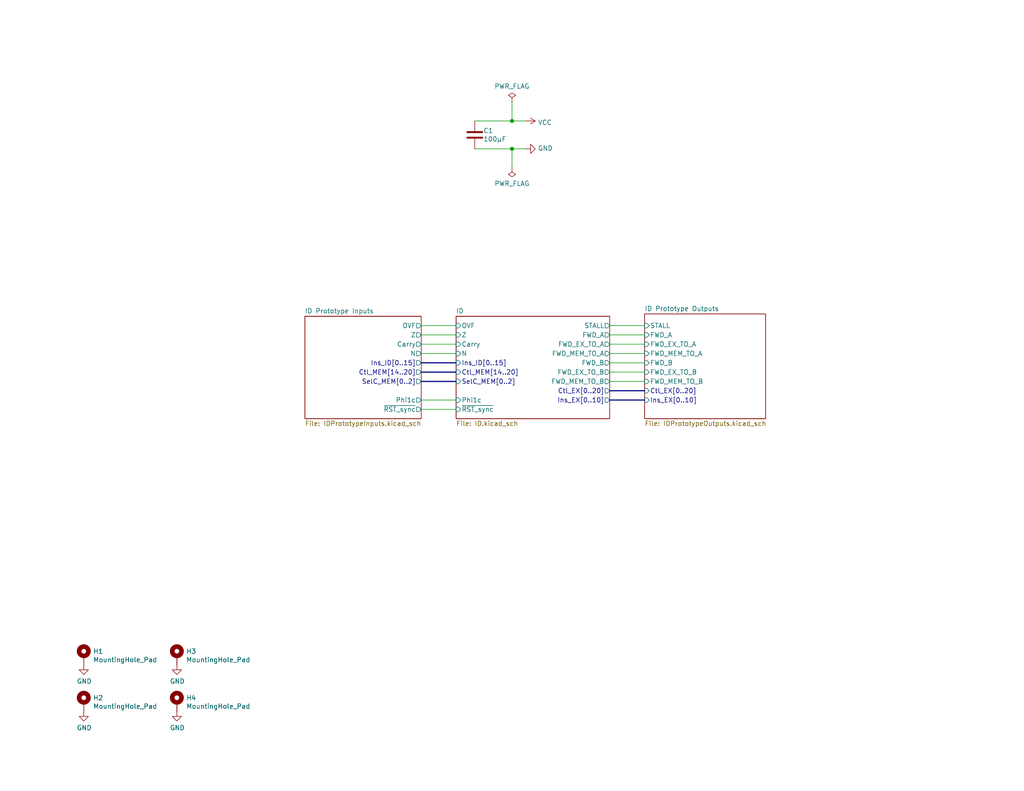
<source format=kicad_sch>
(kicad_sch (version 20230121) (generator eeschema)
  (paper "USLetter")
  (title_block (title "Turtle16: Control") (date "2023-09-25") (rev "C") (comment 4 "This includes logic to resolve pipeline hazards.") (comment 5 "The control unit produces control signals to sequence the CPU."))
  (lib_symbols
    (symbol "Device:C" (pin_numbers hide) (pin_names (offset 0.254))
      (property "Reference" "C" (at 0.635 2.54 0))
      (property "Value" "C" (at 0.635 -2.54 0))
      (symbol "C_0_1"
        (polyline (pts (xy -2.032 -0.762) (xy 2.032 -0.762)) (stroke (width 0.508)))
        (polyline (pts (xy -2.032 0.762) (xy 2.032 0.762)) (stroke (width 0.508)))
      )
      (symbol "C_1_1"
        (pin passive line (at 0 3.81 270) (length 2.794) (name "~") (number "1"))
        (pin passive line (at 0 -3.81 90) (length 2.794) (name "~") (number "2"))
      )
    )
    (symbol "Mechanical:MountingHole_Pad" (pin_numbers hide) (pin_names (offset 1.016) hide)
      (property "Reference" "H" (at 0 6.35 0))
      (property "Value" "MountingHole_Pad" (at 0 4.445 0))
      (symbol "MountingHole_Pad_0_1"
        (circle (center 0 1.27) (radius 1.27) (stroke (width 1.27)))
      )
      (symbol "MountingHole_Pad_1_1"
        (pin input line (at 0 -2.54 90) (length 2.54) (name "1") (number "1"))
      )
    )
    (symbol "power:GND" (power) (pin_names (offset 0))
      (property "Value" "GND" (at 0 -3.81 0))
      (symbol "GND_0_1"
        (polyline (pts (xy 0 0) (xy 0 -1.27) (xy 1.27 -1.27) (xy 0 -2.54) (xy -1.27 -1.27) (xy 0 -1.27)))
      )
      (symbol "GND_1_1"
        (pin power_in line (at 0 0 270) (length 0) hide (name "GND") (number "1"))
      )
    )
    (symbol "power:PWR_FLAG" (power) (pin_numbers hide) (pin_names (offset 0) hide)
      (property "Value" "PWR_FLAG" (at 0 3.81 0))
      (symbol "PWR_FLAG_0_0"
        (pin power_out line (at 0 0 90) (length 0) (name "pwr") (number "1"))
      )
      (symbol "PWR_FLAG_0_1"
        (polyline (pts (xy 0 0) (xy 0 1.27) (xy -1.016 1.905) (xy 0 2.54) (xy 1.016 1.905) (xy 0 1.27)))
      )
    )
    (symbol "power:VCC" (power) (pin_names (offset 0))
      (property "Value" "VCC" (at 0 3.81 0))
      (symbol "VCC_0_1"
        (polyline (pts (xy -0.762 1.27) (xy 0 2.54)))
        (polyline (pts (xy 0 0) (xy 0 2.54)))
        (polyline (pts (xy 0 2.54) (xy 0.762 1.27)))
      )
      (symbol "VCC_1_1"
        (pin power_in line (at 0 0 90) (length 0) hide (name "VCC") (number "1"))
      )
    )
  )
  (junction (at 139.7 40.64))
  (junction (at 139.7 33.02))
  (bus (pts (xy 114.935 104.14) (xy 124.46 104.14)))
  (bus (pts (xy 166.37 106.68) (xy 175.895 106.68)))
  (wire (pts (xy 114.935 91.44) (xy 124.46 91.44)))
  (wire (pts (xy 129.54 40.64) (xy 139.7 40.64)))
  (wire (pts (xy 166.37 104.14) (xy 175.895 104.14)))
  (wire (pts (xy 166.37 91.44) (xy 175.895 91.44)))
  (wire (pts (xy 114.935 111.76) (xy 124.46 111.76)))
  (bus (pts (xy 114.935 99.06) (xy 124.46 99.06)))
  (wire (pts (xy 114.935 96.52) (xy 124.46 96.52)))
  (wire (pts (xy 114.935 109.22) (xy 124.46 109.22)))
  (wire (pts (xy 143.51 33.02) (xy 139.7 33.02)))
  (wire (pts (xy 166.37 88.9) (xy 175.895 88.9)))
  (wire (pts (xy 166.37 101.6) (xy 175.895 101.6)))
  (wire (pts (xy 114.935 93.98) (xy 124.46 93.98)))
  (wire (pts (xy 139.7 27.94) (xy 139.7 33.02)))
  (wire (pts (xy 139.7 45.72) (xy 139.7 40.64)))
  (wire (pts (xy 114.935 88.9) (xy 124.46 88.9)))
  (wire (pts (xy 166.37 99.06) (xy 175.895 99.06)))
  (bus (pts (xy 166.37 109.22) (xy 175.895 109.22)))
  (wire (pts (xy 166.37 96.52) (xy 175.895 96.52)))
  (wire (pts (xy 139.7 40.64) (xy 143.51 40.64)))
  (wire (pts (xy 129.54 33.02) (xy 139.7 33.02)))
  (bus (pts (xy 114.935 101.6) (xy 124.46 101.6)))
  (wire (pts (xy 166.37 93.98) (xy 175.895 93.98)))
  (symbol (lib_id "Mechanical:MountingHole_Pad") (at 22.86 179.07 0) (unit 1)
    (property "Reference" "H1" (at 25.4 177.8254 0) (effects (justify left)))
    (property "Value" "MountingHole_Pad" (at 25.4 180.1368 0) (effects (justify left)))
    (property "Footprint" "MountingHole:MountingHole_3.2mm_M3_Pad" (effects hide))
  )
  (symbol (lib_id "Mechanical:MountingHole_Pad") (at 48.26 179.07 0) (unit 1)
    (property "Reference" "H3" (at 50.8 177.8254 0) (effects (justify left)))
    (property "Value" "MountingHole_Pad" (at 50.8 180.1368 0) (effects (justify left)))
    (property "Footprint" "MountingHole:MountingHole_3.2mm_M3_Pad" (effects hide))
  )
  (symbol (lib_id "power:GND") (at 22.86 181.61 0) (unit 1)
    (property "Reference" "#PWR01" (effects hide))
    (property "Value" "GND" (at 22.987 186.0042 0))
  )
  (symbol (lib_id "power:GND") (at 48.26 181.61 0) (unit 1)
    (property "Reference" "#PWR03" (effects hide))
    (property "Value" "GND" (at 48.387 186.0042 0))
  )
  (symbol (lib_id "Mechanical:MountingHole_Pad") (at 22.86 191.77 0) (unit 1)
    (property "Reference" "H2" (at 25.4 190.5254 0) (effects (justify left)))
    (property "Value" "MountingHole_Pad" (at 25.4 192.8368 0) (effects (justify left)))
    (property "Footprint" "MountingHole:MountingHole_3.2mm_M3_Pad" (effects hide))
  )
  (symbol (lib_id "Mechanical:MountingHole_Pad") (at 48.26 191.77 0) (unit 1)
    (property "Reference" "H4" (at 50.8 190.5254 0) (effects (justify left)))
    (property "Value" "MountingHole_Pad" (at 50.8 192.8368 0) (effects (justify left)))
    (property "Footprint" "MountingHole:MountingHole_3.2mm_M3_Pad" (effects hide))
  )
  (symbol (lib_id "power:GND") (at 22.86 194.31 0) (unit 1)
    (property "Reference" "#PWR02" (effects hide))
    (property "Value" "GND" (at 22.987 198.7042 0))
  )
  (symbol (lib_id "power:GND") (at 48.26 194.31 0) (unit 1)
    (property "Reference" "#PWR04" (effects hide))
    (property "Value" "GND" (at 48.387 198.7042 0))
  )
  (symbol (lib_id "power:VCC") (at 143.51 33.02 270) (unit 1)
    (property "Reference" "#PWR05" (effects hide))
    (property "Value" "VCC" (at 146.7612 33.4518 90) (effects (justify left)))
  )
  (symbol (lib_id "power:GND") (at 143.51 40.64 90) (unit 1)
    (property "Reference" "#PWR06" (effects hide))
    (property "Value" "GND" (at 146.7612 40.513 90) (effects (justify right)))
  )
  (symbol (lib_id "Device:C") (at 129.54 36.83 0) (unit 1)
    (property "Reference" "C1" (at 131.8768 35.6616 0) (effects (justify left)))
    (property "Value" "100µF" (at 131.8768 37.973 0) (effects (justify left)))
    (property "Footprint" "Capacitor_SMD:C_1206_3216Metric_Pad1.33x1.80mm_HandSolder" (effects hide))
    (property "Mouser" "https://www.mouser.com/ProductDetail/963-AMK316ABJ107ML-T" (effects hide))
  )
  (symbol (lib_id "power:PWR_FLAG") (at 139.7 45.72 180) (unit 1)
    (property "Reference" "#FLG02" (effects hide))
    (property "Value" "PWR_FLAG" (at 139.7 50.1142 0))
  )
  (symbol (lib_id "power:PWR_FLAG") (at 139.7 27.94 0) (unit 1)
    (property "Reference" "#FLG01" (effects hide))
    (property "Value" "PWR_FLAG" (at 139.7 23.5458 0))
  )
  (sheet (at 124.46 86.36) (size 41.91 27.94)
    (property "Sheetname" "ID" (at 124.46 85.6484 0) (effects (justify left bottom)))
    (property "Sheetfile" "ID.kicad_sch" (at 124.46 114.8846 0) (effects (justify left top)))
    (pin "Z" input (at 124.46 91.44 180))
    (pin "Carry" input (at 124.46 93.98 180))
    (pin "Ins_ID[0..15]" input (at 124.46 99.06 180))
    (pin "Ctl_EX[0..20]" output (at 166.37 106.68 0))
    (pin "OVF" input (at 124.46 88.9 180))
    (pin "Ins_EX[0..10]" output (at 166.37 109.22 0))
    (pin "STALL" output (at 166.37 88.9 0))
    (pin "Ctl_MEM[14..20]" input (at 124.46 101.6 180))
    (pin "SelC_MEM[0..2]" input (at 124.46 104.14 180))
    (pin "FWD_EX_TO_B" output (at 166.37 101.6 0))
    (pin "FWD_MEM_TO_B" output (at 166.37 104.14 0))
    (pin "FWD_B" output (at 166.37 99.06 0))
    (pin "FWD_EX_TO_A" output (at 166.37 93.98 0))
    (pin "FWD_MEM_TO_A" output (at 166.37 96.52 0))
    (pin "FWD_A" output (at 166.37 91.44 0))
    (pin "Phi1c" input (at 124.46 109.22 180))
    (pin "~{RST_sync}" input (at 124.46 111.76 180))
    (pin "N" input (at 124.46 96.52 180))
  )
  (sheet (at 83.185 86.36) (size 31.75 27.94) (stroke (width 0.1524))
    (property "Sheetname" "ID Prototype Inputs" (at 83.185 85.6484 0) (effects (justify left bottom)))
    (property "Sheetfile" "IDPrototypeInputs.kicad_sch" (at 83.185 114.8846 0) (effects (justify left top)))
    (pin "Phi1c" output (at 114.935 109.22 0))
    (pin "Carry" output (at 114.935 93.98 0))
    (pin "OVF" output (at 114.935 88.9 0))
    (pin "Z" output (at 114.935 91.44 0))
    (pin "Ctl_MEM[14..20]" output (at 114.935 101.6 0))
    (pin "Ins_ID[0..15]" output (at 114.935 99.06 0))
    (pin "SelC_MEM[0..2]" output (at 114.935 104.14 0))
    (pin "~{RST_sync}" output (at 114.935 111.76 0))
    (pin "N" output (at 114.935 96.52 0))
  )
  (sheet (at 175.895 85.725) (size 33.02 28.575) (stroke (width 0.1524))
    (property "Sheetname" "ID Prototype Outputs" (at 175.895 85.0134 0) (effects (justify left bottom)))
    (property "Sheetfile" "IDPrototypeOutputs.kicad_sch" (at 175.895 114.8846 0) (effects (justify left top)))
    (pin "FWD_EX_TO_B" input (at 175.895 101.6 180))
    (pin "FWD_MEM_TO_B" input (at 175.895 104.14 180))
    (pin "FWD_B" input (at 175.895 99.06 180))
    (pin "FWD_MEM_TO_A" input (at 175.895 96.52 180))
    (pin "FWD_A" input (at 175.895 91.44 180))
    (pin "Ctl_EX[0..20]" input (at 175.895 106.68 180))
    (pin "STALL" input (at 175.895 88.9 180))
    (pin "FWD_EX_TO_A" input (at 175.895 93.98 180))
    (pin "Ins_EX[0..10]" input (at 175.895 109.22 180))
  )
)
</source>
